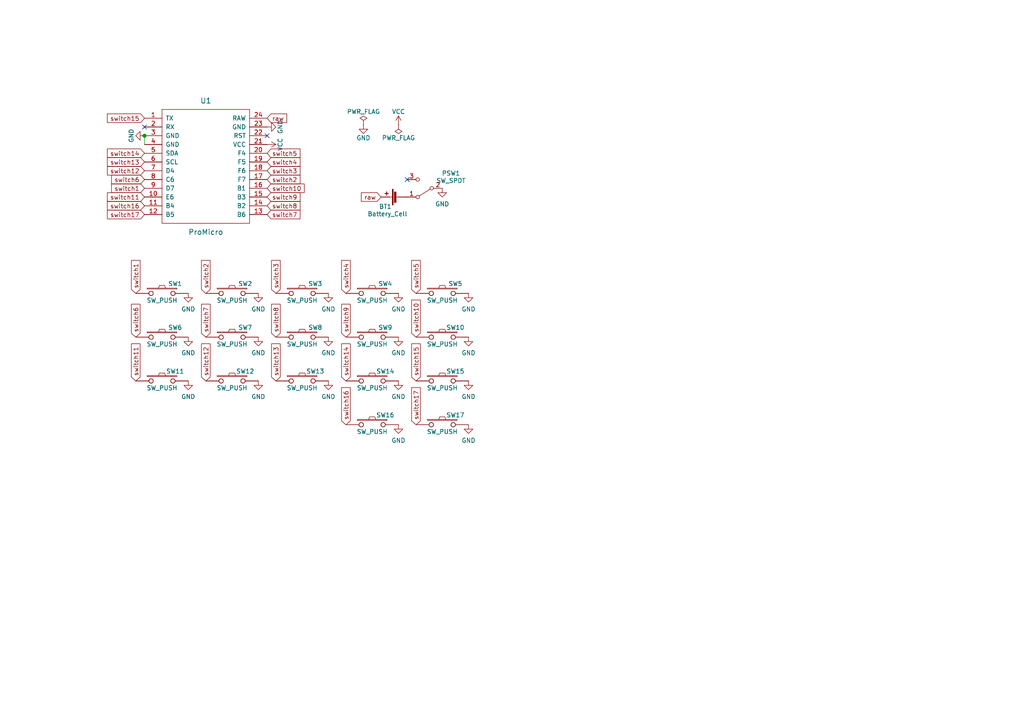
<source format=kicad_sch>
(kicad_sch (version 20210621) (generator eeschema)
  (paper "A4")
  (title_block (title "Wasp") (date "2021-10-11") (rev "0.1") (company "jmnw"))
  (lib_symbols
    (symbol "Device:Battery_Cell" (pin_numbers hide) (pin_names (offset 0) hide)
      (property "Reference" "BT" (at 2.54 2.54 0))
      (property "Value" "Battery_Cell" (at 2.54 0 0))
      (symbol "Battery_Cell_0_1"
        (rectangle (start -2.286 1.778) (end 2.286 1.524) (fill (type outline)))
        (rectangle (start -1.5748 1.1938) (end 1.4732 0.6858) (fill (type outline)))
        (polyline (pts (xy 0 0.762) (xy 0 0)))
        (polyline (pts (xy 0 1.778) (xy 0 2.54)))
        (polyline (pts (xy 0.508 3.429) (xy 1.524 3.429)) (stroke (width 0.254)))
        (polyline (pts (xy 1.016 3.937) (xy 1.016 2.921)) (stroke (width 0.254)))
      )
      (symbol "Battery_Cell_1_1"
        (pin passive line (at 0 5.08 270) (length 2.54) (name "+") (number "1"))
        (pin passive line (at 0 -2.54 90) (length 2.54) (name "-") (number "2"))
      )
    )
    (symbol "Switch:SW_SPDT" (pin_names (offset 0) hide)
      (property "Reference" "SW" (at 0 4.318 0))
      (property "Value" "SW_SPDT" (at 0 -5.08 0))
      (symbol "SW_SPDT_0_0"
        (circle (center -2.032 0) (radius 0.508))
        (circle (center 2.032 -2.54) (radius 0.508))
      )
      (symbol "SW_SPDT_0_1"
        (circle (center 2.032 2.54) (radius 0.508))
        (polyline (pts (xy -1.524 0.254) (xy 1.651 2.286)))
      )
      (symbol "SW_SPDT_1_1"
        (pin passive line (at 5.08 2.54 180) (length 2.54) (name "A") (number "1"))
        (pin passive line (at -5.08 0 0) (length 2.54) (name "B") (number "2"))
        (pin passive line (at 5.08 -2.54 180) (length 2.54) (name "C") (number "3"))
      )
    )
    (symbol "bugs:ProMicro-kbd" (pin_names (offset 1.016))
      (property "Reference" "U" (at 0 24.13 0))
      (property "Value" "ProMicro-kbd" (at 0 -13.97 0))
      (symbol "ProMicro-kbd_0_1"
        (rectangle (start -12.7 21.59) (end 12.7 -11.43))
      )
      (symbol "ProMicro-kbd_1_1"
        (pin bidirectional line (at -17.78 19.05 0) (length 5.08) (name "TX") (number "1"))
        (pin bidirectional line (at -17.78 -3.81 0) (length 5.08) (name "E6") (number "10"))
        (pin bidirectional line (at -17.78 -6.35 0) (length 5.08) (name "B4") (number "11"))
        (pin bidirectional line (at -17.78 -8.89 0) (length 5.08) (name "B5") (number "12"))
        (pin bidirectional line (at 17.78 -8.89 180) (length 5.08) (name "B6") (number "13"))
        (pin bidirectional line (at 17.78 -6.35 180) (length 5.08) (name "B2") (number "14"))
        (pin bidirectional line (at 17.78 -3.81 180) (length 5.08) (name "B3") (number "15"))
        (pin bidirectional line (at 17.78 -1.27 180) (length 5.08) (name "B1") (number "16"))
        (pin bidirectional line (at 17.78 1.27 180) (length 5.08) (name "F7") (number "17"))
        (pin bidirectional line (at 17.78 3.81 180) (length 5.08) (name "F6") (number "18"))
        (pin bidirectional line (at 17.78 6.35 180) (length 5.08) (name "F5") (number "19"))
        (pin bidirectional line (at -17.78 16.51 0) (length 5.08) (name "RX") (number "2"))
        (pin bidirectional line (at 17.78 8.89 180) (length 5.08) (name "F4") (number "20"))
        (pin power_in line (at 17.78 11.43 180) (length 5.08) (name "VCC") (number "21"))
        (pin input line (at 17.78 13.97 180) (length 5.08) (name "RST") (number "22"))
        (pin power_in line (at 17.78 16.51 180) (length 5.08) (name "GND") (number "23"))
        (pin power_out line (at 17.78 19.05 180) (length 5.08) (name "RAW") (number "24"))
        (pin power_in line (at -17.78 13.97 0) (length 5.08) (name "GND") (number "3"))
        (pin power_in line (at -17.78 11.43 0) (length 5.08) (name "GND") (number "4"))
        (pin bidirectional line (at -17.78 8.89 0) (length 5.08) (name "SDA") (number "5"))
        (pin bidirectional line (at -17.78 6.35 0) (length 5.08) (name "SCL") (number "6"))
        (pin bidirectional line (at -17.78 3.81 0) (length 5.08) (name "D4") (number "7"))
        (pin bidirectional line (at -17.78 1.27 0) (length 5.08) (name "C6") (number "8"))
        (pin bidirectional line (at -17.78 -1.27 0) (length 5.08) (name "D7") (number "9"))
      )
    )
    (symbol "bugs:SW_PUSH-kbd" (pin_numbers hide) (pin_names (offset 1.016) hide)
      (property "Reference" "SW" (at 3.81 2.794 0))
      (property "Value" "SW_PUSH-kbd" (at 0 -2.032 0))
      (symbol "SW_PUSH-kbd_0_1"
        (rectangle (start -4.318 1.27) (end 4.318 1.524))
        (polyline (pts (xy -1.016 1.524) (xy -0.762 2.286) (xy 0.762 2.286) (xy 1.016 1.524)))
        (pin passive inverted (at -7.62 0 0) (length 5.08) (name "1") (number "1"))
        (pin passive inverted (at 7.62 0 180) (length 5.08) (name "2") (number "2"))
      )
    )
    (symbol "knott:SW_PUSH-kbd" (pin_numbers hide) (pin_names (offset 1.016) hide)
      (property "Reference" "SW" (at 3.81 2.794 0))
      (property "Value" "SW_PUSH-kbd" (at 0 -2.032 0))
      (symbol "SW_PUSH-kbd_0_1"
        (rectangle (start -4.318 1.27) (end 4.318 1.524))
        (polyline (pts (xy -1.016 1.524) (xy -0.762 2.286) (xy 0.762 2.286) (xy 1.016 1.524)))
        (pin passive inverted (at -7.62 0 0) (length 5.08) (name "1") (number "1"))
        (pin passive inverted (at 7.62 0 180) (length 5.08) (name "2") (number "2"))
      )
    )
    (symbol "power:GND" (power) (pin_names (offset 0))
      (property "Value" "GND" (at 0 -3.81 0))
      (symbol "GND_0_1"
        (polyline (pts (xy 0 0) (xy 0 -1.27) (xy 1.27 -1.27) (xy 0 -2.54) (xy -1.27 -1.27) (xy 0 -1.27)))
      )
      (symbol "GND_1_1"
        (pin power_in line (at 0 0 270) (length 0) hide (name "GND") (number "1"))
      )
    )
    (symbol "power:PWR_FLAG" (power) (pin_numbers hide) (pin_names (offset 0) hide)
      (property "Value" "PWR_FLAG" (at 0 3.81 0))
      (symbol "PWR_FLAG_0_0"
        (pin power_out line (at 0 0 90) (length 0) (name "pwr") (number "1"))
      )
      (symbol "PWR_FLAG_0_1"
        (polyline (pts (xy 0 0) (xy 0 1.27) (xy -1.016 1.905) (xy 0 2.54) (xy 1.016 1.905) (xy 0 1.27)))
      )
    )
    (symbol "power:VCC" (power) (pin_names (offset 0))
      (property "Value" "VCC" (at 0 3.81 0))
      (symbol "VCC_0_1"
        (polyline (pts (xy -0.762 1.27) (xy 0 2.54)))
        (polyline (pts (xy 0 0) (xy 0 2.54)))
        (polyline (pts (xy 0 2.54) (xy 0.762 1.27)))
      )
      (symbol "VCC_1_1"
        (pin power_in line (at 0 0 90) (length 0) hide (name "VCC") (number "1"))
      )
    )
  )
  (junction (at 41.91 39.37) (diameter 1.016))
  (no_connect (at 41.91 36.83))
  (no_connect (at 77.47 39.37))
  (no_connect (at 118.11 52.07))
  (wire (pts (xy 41.91 39.37) (xy 41.91 41.91)))
  (global_label "switch1" (shape input) (at 39.37 85.09 90) (property "Intersheet References" "${INTERSHEET_REFS}" (effects hide)))
  (global_label "switch6" (shape input) (at 39.37 97.79 90) (property "Intersheet References" "${INTERSHEET_REFS}" (effects hide)))
  (global_label "switch11" (shape input) (at 39.37 110.49 90) (property "Intersheet References" "${INTERSHEET_REFS}" (effects hide)))
  (global_label "switch15" (shape input) (at 41.91 34.29 180) (property "Intersheet References" "${INTERSHEET_REFS}" (effects hide)))
  (global_label "switch14" (shape input) (at 41.91 44.45 180) (property "Intersheet References" "${INTERSHEET_REFS}" (effects hide)))
  (global_label "switch13" (shape input) (at 41.91 46.99 180) (property "Intersheet References" "${INTERSHEET_REFS}" (effects hide)))
  (global_label "switch12" (shape input) (at 41.91 49.53 180) (property "Intersheet References" "${INTERSHEET_REFS}" (effects hide)))
  (global_label "switch6" (shape input) (at 41.91 52.07 180) (property "Intersheet References" "${INTERSHEET_REFS}" (effects hide)))
  (global_label "switch1" (shape input) (at 41.91 54.61 180) (property "Intersheet References" "${INTERSHEET_REFS}" (effects hide)))
  (global_label "switch11" (shape input) (at 41.91 57.15 180) (property "Intersheet References" "${INTERSHEET_REFS}" (effects hide)))
  (global_label "switch16" (shape input) (at 41.91 59.69 180) (property "Intersheet References" "${INTERSHEET_REFS}" (effects hide)))
  (global_label "switch17" (shape input) (at 41.91 62.23 180) (property "Intersheet References" "${INTERSHEET_REFS}" (effects hide)))
  (global_label "switch2" (shape input) (at 59.69 85.09 90) (property "Intersheet References" "${INTERSHEET_REFS}" (effects hide)))
  (global_label "switch7" (shape input) (at 59.69 97.79 90) (property "Intersheet References" "${INTERSHEET_REFS}" (effects hide)))
  (global_label "switch12" (shape input) (at 59.69 110.49 90) (property "Intersheet References" "${INTERSHEET_REFS}" (effects hide)))
  (global_label "raw" (shape input) (at 77.47 34.29 0) (property "Intersheet References" "${INTERSHEET_REFS}" (effects hide)))
  (global_label "switch5" (shape input) (at 77.47 44.45 0) (property "Intersheet References" "${INTERSHEET_REFS}" (effects hide)))
  (global_label "switch4" (shape input) (at 77.47 46.99 0) (property "Intersheet References" "${INTERSHEET_REFS}" (effects hide)))
  (global_label "switch3" (shape input) (at 77.47 49.53 0) (property "Intersheet References" "${INTERSHEET_REFS}" (effects hide)))
  (global_label "switch2" (shape input) (at 77.47 52.07 0) (property "Intersheet References" "${INTERSHEET_REFS}" (effects hide)))
  (global_label "switch10" (shape input) (at 77.47 54.61 0) (property "Intersheet References" "${INTERSHEET_REFS}" (effects hide)))
  (global_label "switch9" (shape input) (at 77.47 57.15 0) (property "Intersheet References" "${INTERSHEET_REFS}" (effects hide)))
  (global_label "switch8" (shape input) (at 77.47 59.69 0) (property "Intersheet References" "${INTERSHEET_REFS}" (effects hide)))
  (global_label "switch7" (shape input) (at 77.47 62.23 0) (property "Intersheet References" "${INTERSHEET_REFS}" (effects hide)))
  (global_label "switch3" (shape input) (at 80.01 85.09 90) (property "Intersheet References" "${INTERSHEET_REFS}" (effects hide)))
  (global_label "switch8" (shape input) (at 80.01 97.79 90) (property "Intersheet References" "${INTERSHEET_REFS}" (effects hide)))
  (global_label "switch13" (shape input) (at 80.01 110.49 90) (property "Intersheet References" "${INTERSHEET_REFS}" (effects hide)))
  (global_label "switch4" (shape input) (at 100.33 85.09 90) (property "Intersheet References" "${INTERSHEET_REFS}" (effects hide)))
  (global_label "switch9" (shape input) (at 100.33 97.79 90) (property "Intersheet References" "${INTERSHEET_REFS}" (effects hide)))
  (global_label "switch14" (shape input) (at 100.33 110.49 90) (property "Intersheet References" "${INTERSHEET_REFS}" (effects hide)))
  (global_label "switch16" (shape input) (at 100.33 123.19 90) (property "Intersheet References" "${INTERSHEET_REFS}" (effects hide)))
  (global_label "raw" (shape input) (at 110.49 57.15 180) (property "Intersheet References" "${INTERSHEET_REFS}" (effects hide)))
  (global_label "switch5" (shape input) (at 120.65 85.09 90) (property "Intersheet References" "${INTERSHEET_REFS}" (effects hide)))
  (global_label "switch10" (shape input) (at 120.65 97.79 90) (property "Intersheet References" "${INTERSHEET_REFS}" (effects hide)))
  (global_label "switch15" (shape input) (at 120.65 110.49 90) (property "Intersheet References" "${INTERSHEET_REFS}" (effects hide)))
  (global_label "switch17" (shape input) (at 120.65 123.19 90) (property "Intersheet References" "${INTERSHEET_REFS}" (effects hide)))
  (symbol (lib_id "power:VCC") (at 77.47 41.91 270) (unit 1)
    (property "Reference" "#PWR023" (effects hide))
    (property "Value" "VCC" (at 81.28 41.91 0))
  )
  (symbol (lib_id "power:VCC") (at 115.57 36.195 0) (unit 1)
    (property "Reference" "#PWR04" (effects hide))
    (property "Value" "VCC" (at 115.57 32.385 0))
  )
  (symbol (lib_id "power:PWR_FLAG") (at 105.41 36.195 0) (unit 1)
    (property "Reference" "#FLG06" (effects hide))
    (property "Value" "PWR_FLAG" (at 105.41 32.385 0))
  )
  (symbol (lib_id "power:PWR_FLAG") (at 115.57 36.195 180) (unit 1)
    (property "Reference" "#FLG05" (effects hide))
    (property "Value" "PWR_FLAG" (at 115.57 40.005 0))
  )
  (symbol (lib_id "power:GND") (at 41.91 39.37 270) (unit 1)
    (property "Reference" "#PWR02" (effects hide))
    (property "Value" "GND" (at 38.1 39.37 0))
  )
  (symbol (lib_id "power:GND") (at 54.61 85.09 0) (unit 1)
    (property "Reference" "#PWR0105" (effects hide))
    (property "Value" "GND" (at 54.61 89.6526 0))
  )
  (symbol (lib_id "power:GND") (at 54.61 97.79 0) (unit 1)
    (property "Reference" "#PWR0107" (effects hide))
    (property "Value" "GND" (at 54.61 102.3526 0))
  )
  (symbol (lib_id "power:GND") (at 54.61 110.49 0) (unit 1)
    (property "Reference" "#PWR0102" (effects hide))
    (property "Value" "GND" (at 54.61 115.0526 0))
  )
  (symbol (lib_id "power:GND") (at 74.93 85.09 0) (unit 1)
    (property "Reference" "#PWR0104" (effects hide))
    (property "Value" "GND" (at 74.93 89.6526 0))
  )
  (symbol (lib_id "power:GND") (at 74.93 97.79 0) (unit 1)
    (property "Reference" "#PWR0103" (effects hide))
    (property "Value" "GND" (at 74.93 102.3526 0))
  )
  (symbol (lib_id "power:GND") (at 74.93 110.49 0) (unit 1)
    (property "Reference" "#PWR0116" (effects hide))
    (property "Value" "GND" (at 74.93 115.0526 0))
  )
  (symbol (lib_id "power:GND") (at 77.47 36.83 90) (unit 1)
    (property "Reference" "#PWR01" (effects hide))
    (property "Value" "GND" (at 81.28 36.83 0))
  )
  (symbol (lib_id "power:GND") (at 95.25 85.09 0) (unit 1)
    (property "Reference" "#PWR0114" (effects hide))
    (property "Value" "GND" (at 95.25 89.6526 0))
  )
  (symbol (lib_id "power:GND") (at 95.25 97.79 0) (unit 1)
    (property "Reference" "#PWR0117" (effects hide))
    (property "Value" "GND" (at 95.25 102.3526 0))
  )
  (symbol (lib_id "power:GND") (at 95.25 110.49 0) (unit 1)
    (property "Reference" "#PWR0115" (effects hide))
    (property "Value" "GND" (at 95.25 115.0526 0))
  )
  (symbol (lib_id "power:GND") (at 105.41 36.195 0) (unit 1)
    (property "Reference" "#PWR03" (effects hide))
    (property "Value" "GND" (at 105.41 40.005 0))
  )
  (symbol (lib_id "power:GND") (at 115.57 85.09 0) (unit 1)
    (property "Reference" "#PWR0108" (effects hide))
    (property "Value" "GND" (at 115.57 89.6526 0))
  )
  (symbol (lib_id "power:GND") (at 115.57 97.79 0) (unit 1)
    (property "Reference" "#PWR0109" (effects hide))
    (property "Value" "GND" (at 115.57 102.3526 0))
  )
  (symbol (lib_id "power:GND") (at 115.57 110.49 0) (unit 1)
    (property "Reference" "#PWR0112" (effects hide))
    (property "Value" "GND" (at 115.57 115.0526 0))
  )
  (symbol (lib_id "power:GND") (at 115.57 123.19 0) (unit 1)
    (property "Reference" "#PWR0106" (effects hide))
    (property "Value" "GND" (at 115.57 127.7526 0))
  )
  (symbol (lib_id "power:GND") (at 128.27 54.61 0) (unit 1)
    (property "Reference" "#PWR0101" (effects hide))
    (property "Value" "GND" (at 128.27 59.1726 0))
  )
  (symbol (lib_id "power:GND") (at 135.89 85.09 0) (unit 1)
    (property "Reference" "#PWR0110" (effects hide))
    (property "Value" "GND" (at 135.89 89.6526 0))
  )
  (symbol (lib_id "power:GND") (at 135.89 97.79 0) (unit 1)
    (property "Reference" "#PWR0111" (effects hide))
    (property "Value" "GND" (at 135.89 102.3526 0))
  )
  (symbol (lib_id "power:GND") (at 135.89 110.49 0) (unit 1)
    (property "Reference" "#PWR0118" (effects hide))
    (property "Value" "GND" (at 135.89 115.0526 0))
  )
  (symbol (lib_id "power:GND") (at 135.89 123.19 0) (unit 1)
    (property "Reference" "#PWR0113" (effects hide))
    (property "Value" "GND" (at 135.89 127.7526 0))
  )
  (symbol (lib_id "Device:Battery_Cell") (at 115.57 57.15 90) (unit 1)
    (property "Reference" "BT1" (at 111.76 59.9144 90))
    (property "Value" "Battery_Cell" (at 112.395 62.0545 90))
    (property "Footprint" "bugs:Battery_pads_reversible" (effects hide))
  )
  (symbol (lib_id "bugs:SW_PUSH-kbd") (at 46.99 85.09 0) (unit 1)
    (property "Reference" "SW1" (at 50.8 82.296 0))
    (property "Value" "SW_PUSH" (at 46.99 87.122 0))
    (property "Footprint" "bugs:Choc_reversible" (effects hide))
  )
  (symbol (lib_id "knott:SW_PUSH-kbd") (at 46.99 97.79 0) (unit 1)
    (property "Reference" "SW6" (at 50.8 94.996 0))
    (property "Value" "SW_PUSH" (at 46.99 99.822 0))
    (property "Footprint" "bugs:Choc_reversible" (effects hide))
  )
  (symbol (lib_id "knott:SW_PUSH-kbd") (at 46.99 110.49 0) (unit 1)
    (property "Reference" "SW11" (at 50.8 107.696 0))
    (property "Value" "SW_PUSH" (at 46.99 112.522 0))
    (property "Footprint" "bugs:Choc_reversible" (effects hide))
  )
  (symbol (lib_id "knott:SW_PUSH-kbd") (at 67.31 85.09 0) (unit 1)
    (property "Reference" "SW2" (at 71.12 82.296 0))
    (property "Value" "SW_PUSH" (at 67.31 87.122 0))
    (property "Footprint" "bugs:Choc_reversible" (effects hide))
  )
  (symbol (lib_id "knott:SW_PUSH-kbd") (at 67.31 97.79 0) (unit 1)
    (property "Reference" "SW7" (at 71.12 94.996 0))
    (property "Value" "SW_PUSH" (at 67.31 99.822 0))
    (property "Footprint" "bugs:Choc_reversible" (effects hide))
  )
  (symbol (lib_id "knott:SW_PUSH-kbd") (at 67.31 110.49 0) (unit 1)
    (property "Reference" "SW12" (at 71.12 107.696 0))
    (property "Value" "SW_PUSH" (at 67.31 112.522 0))
    (property "Footprint" "bugs:Choc_reversible" (effects hide))
  )
  (symbol (lib_id "knott:SW_PUSH-kbd") (at 87.63 85.09 0) (unit 1)
    (property "Reference" "SW3" (at 91.44 82.296 0))
    (property "Value" "SW_PUSH" (at 87.63 87.122 0))
    (property "Footprint" "bugs:Choc_reversible" (effects hide))
  )
  (symbol (lib_id "knott:SW_PUSH-kbd") (at 87.63 97.79 0) (unit 1)
    (property "Reference" "SW8" (at 91.44 94.996 0))
    (property "Value" "SW_PUSH" (at 87.63 99.822 0))
    (property "Footprint" "bugs:Choc_reversible" (effects hide))
  )
  (symbol (lib_id "knott:SW_PUSH-kbd") (at 87.63 110.49 0) (unit 1)
    (property "Reference" "SW13" (at 91.44 107.696 0))
    (property "Value" "SW_PUSH" (at 87.63 112.522 0))
    (property "Footprint" "bugs:Choc_reversible" (effects hide))
  )
  (symbol (lib_id "knott:SW_PUSH-kbd") (at 107.95 85.09 0) (unit 1)
    (property "Reference" "SW4" (at 111.76 82.296 0))
    (property "Value" "SW_PUSH" (at 107.95 87.122 0))
    (property "Footprint" "bugs:Choc_reversible" (effects hide))
  )
  (symbol (lib_id "knott:SW_PUSH-kbd") (at 107.95 97.79 0) (unit 1)
    (property "Reference" "SW9" (at 111.76 94.996 0))
    (property "Value" "SW_PUSH" (at 107.95 99.822 0))
    (property "Footprint" "bugs:Choc_reversible" (effects hide))
  )
  (symbol (lib_id "knott:SW_PUSH-kbd") (at 107.95 110.49 0) (unit 1)
    (property "Reference" "SW14" (at 111.76 107.696 0))
    (property "Value" "SW_PUSH" (at 107.95 112.522 0))
    (property "Footprint" "bugs:Choc_reversible" (effects hide))
  )
  (symbol (lib_id "knott:SW_PUSH-kbd") (at 107.95 123.19 0) (unit 1)
    (property "Reference" "SW16" (at 111.76 120.396 0))
    (property "Value" "SW_PUSH" (at 107.95 125.222 0))
    (property "Footprint" "bugs:Choc_reversible" (effects hide))
  )
  (symbol (lib_id "knott:SW_PUSH-kbd") (at 128.27 85.09 0) (unit 1)
    (property "Reference" "SW5" (at 132.08 82.296 0))
    (property "Value" "SW_PUSH" (at 128.27 87.122 0))
    (property "Footprint" "bugs:Choc_reversible" (effects hide))
  )
  (symbol (lib_id "knott:SW_PUSH-kbd") (at 128.27 97.79 0) (unit 1)
    (property "Reference" "SW10" (at 132.08 94.996 0))
    (property "Value" "SW_PUSH" (at 128.27 99.822 0))
    (property "Footprint" "bugs:Choc_reversible" (effects hide))
  )
  (symbol (lib_id "knott:SW_PUSH-kbd") (at 128.27 110.49 0) (unit 1)
    (property "Reference" "SW15" (at 132.08 107.696 0))
    (property "Value" "SW_PUSH" (at 128.27 112.522 0))
    (property "Footprint" "bugs:Choc_reversible" (effects hide))
  )
  (symbol (lib_id "knott:SW_PUSH-kbd") (at 128.27 123.19 0) (unit 1)
    (property "Reference" "SW17" (at 132.08 120.396 0))
    (property "Value" "SW_PUSH" (at 128.27 125.222 0))
    (property "Footprint" "bugs:Choc_reversible" (effects hide))
  )
  (symbol (lib_id "Switch:SW_SPDT") (at 123.19 54.61 180) (unit 1)
    (property "Reference" "PSW1" (at 130.81 50.2624 0))
    (property "Value" "SW_SPDT" (at 130.81 52.4025 0))
    (property "Footprint" "bugs:Power_reversible" (effects hide))
  )
  (symbol (lib_id "bugs:ProMicro-kbd") (at 59.69 53.34 0) (unit 1)
    (property "Reference" "U1" (at 59.69 29.21 0) (effects (font (size 1.524 1.524))))
    (property "Value" "ProMicro" (at 59.69 67.31 0) (effects (font (size 1.524 1.524))))
    (property "Footprint" "jmnw:ProMicro_sing-rev" (effects hide))
  )
)
</source>
